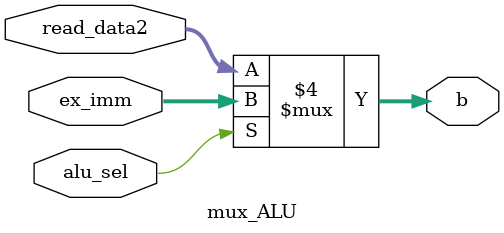
<source format=v>
`timescale 1ns / 1ps

module mux_ALU(
		input[31:0] read_data2, ex_imm,
		input alu_sel,
		output reg[31:0] b
	);

	always @(read_data2 or ex_imm)
	begin
		if (alu_sel == 1) b = ex_imm;
			else b = read_data2;
	end
endmodule
</source>
